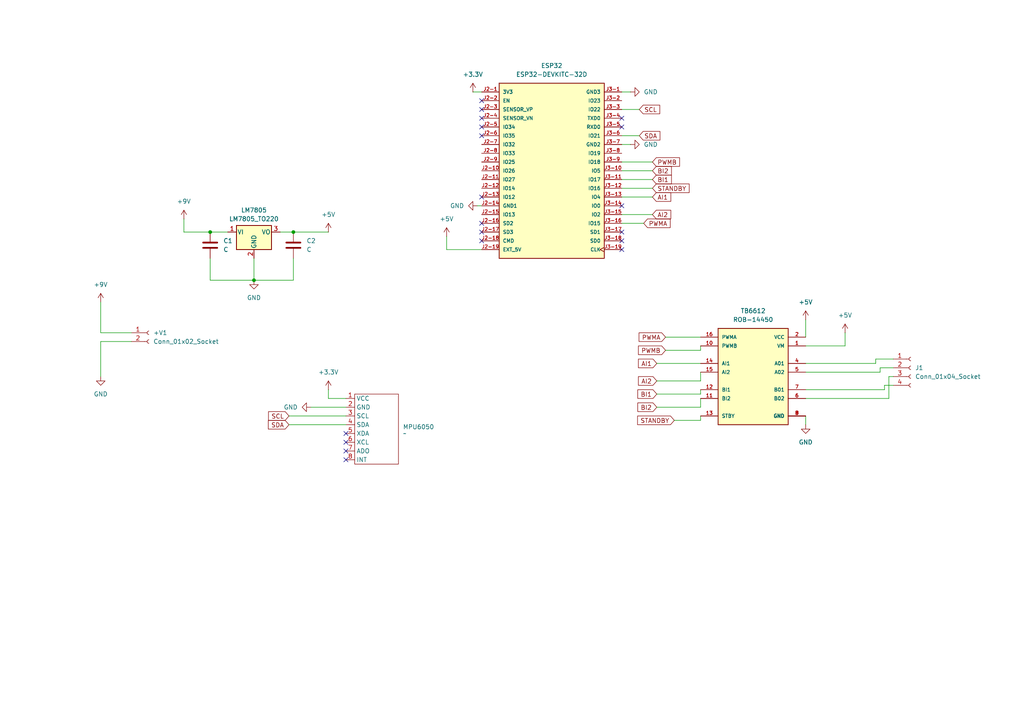
<source format=kicad_sch>
(kicad_sch (version 20231120) (generator "eeschema") (generator_version "8.0")
  (paper "A4")
  (lib_symbols
    (symbol "Connector:Conn_01x02_Socket" (pin_names (offset 1.016) hide)
      (property "Reference" "J" (at 0 2.54 0))
      (property "Value" "Conn_01x02_Socket" (at 0 -5.08 0))
      (symbol "Conn_01x02_Socket_1_1"
        (arc (start 0 -2.032) (mid -0.5058 -2.54) (end 0 -3.048) (stroke (width 0.1524)))
        (polyline (pts (xy -1.27 -2.54) (xy -0.508 -2.54)) (stroke (width 0.1524)))
        (polyline (pts (xy -1.27 0) (xy -0.508 0)) (stroke (width 0.1524)))
        (arc (start 0 0.508) (mid -0.5058 0) (end 0 -0.508) (stroke (width 0.1524)))
        (pin passive line (at -5.08 0 0) (length 3.81) (name "Pin_1") (number "1"))
        (pin passive line (at -5.08 -2.54 0) (length 3.81) (name "Pin_2") (number "2"))
      )
    )
    (symbol "Connector:Conn_01x04_Socket" (pin_names (offset 1.016) hide)
      (property "Reference" "J" (at 0 5.08 0))
      (property "Value" "Conn_01x04_Socket" (at 0 -7.62 0))
      (symbol "Conn_01x04_Socket_1_1"
        (arc (start 0 -4.572) (mid -0.5058 -5.08) (end 0 -5.588) (stroke (width 0.1524)))
        (arc (start 0 -2.032) (mid -0.5058 -2.54) (end 0 -3.048) (stroke (width 0.1524)))
        (polyline (pts (xy -1.27 -5.08) (xy -0.508 -5.08)) (stroke (width 0.1524)))
        (polyline (pts (xy -1.27 -2.54) (xy -0.508 -2.54)) (stroke (width 0.1524)))
        (polyline (pts (xy -1.27 0) (xy -0.508 0)) (stroke (width 0.1524)))
        (polyline (pts (xy -1.27 2.54) (xy -0.508 2.54)) (stroke (width 0.1524)))
        (arc (start 0 0.508) (mid -0.5058 0) (end 0 -0.508) (stroke (width 0.1524)))
        (arc (start 0 3.048) (mid -0.5058 2.54) (end 0 2.032) (stroke (width 0.1524)))
        (pin passive line (at -5.08 2.54 0) (length 3.81) (name "Pin_1") (number "1"))
        (pin passive line (at -5.08 0 0) (length 3.81) (name "Pin_2") (number "2"))
        (pin passive line (at -5.08 -2.54 0) (length 3.81) (name "Pin_3") (number "3"))
        (pin passive line (at -5.08 -5.08 0) (length 3.81) (name "Pin_4") (number "4"))
      )
    )
    (symbol "Device:C" (pin_numbers hide) (pin_names (offset 0.254))
      (property "Reference" "C" (at 0.635 2.54 0))
      (property "Value" "C" (at 0.635 -2.54 0))
      (symbol "C_0_1"
        (polyline (pts (xy -2.032 -0.762) (xy 2.032 -0.762)) (stroke (width 0.508)))
        (polyline (pts (xy -2.032 0.762) (xy 2.032 0.762)) (stroke (width 0.508)))
      )
      (symbol "C_1_1"
        (pin passive line (at 0 3.81 270) (length 2.794) (name "~") (number "1"))
        (pin passive line (at 0 -3.81 90) (length 2.794) (name "~") (number "2"))
      )
    )
    (symbol "ESP32-DEVKITC-32D_renombrado:ESP32-DEVKITC-32D" (pin_names (offset 1.016))
      (property "Reference" "U" (at -15.2654 26.0604 0))
      (property "Value" "ESP32-DEVKITC-32D" (at -15.2654 -27.9654 0))
      (symbol "ESP32-DEVKITC-32D_0_0"
        (rectangle (start -15.24 -25.4) (end 15.24 25.4) (stroke (width 0.254)) (fill (type background)))
      )
      (symbol "ESP32-DEVKITC-32D_1_0"
        (pin power_in line (at -20.32 22.86 0) (length 5.08) (name "3V3") (number "J2-1"))
        (pin bidirectional line (at -20.32 0 0) (length 5.08) (name "IO26") (number "J2-10"))
        (pin bidirectional line (at -20.32 -2.54 0) (length 5.08) (name "IO27") (number "J2-11"))
        (pin bidirectional line (at -20.32 -5.08 0) (length 5.08) (name "IO14") (number "J2-12"))
        (pin bidirectional line (at -20.32 -7.62 0) (length 5.08) (name "IO12") (number "J2-13"))
        (pin power_in line (at -20.32 -10.16 0) (length 5.08) (name "GND1") (number "J2-14"))
        (pin bidirectional line (at -20.32 -12.7 0) (length 5.08) (name "IO13") (number "J2-15"))
        (pin bidirectional line (at -20.32 -15.24 0) (length 5.08) (name "SD2") (number "J2-16"))
        (pin bidirectional line (at -20.32 -17.78 0) (length 5.08) (name "SD3") (number "J2-17"))
        (pin bidirectional line (at -20.32 -20.32 0) (length 5.08) (name "CMD") (number "J2-18"))
        (pin power_in line (at -20.32 -22.86 0) (length 5.08) (name "EXT_5V") (number "J2-19"))
        (pin input line (at -20.32 20.32 0) (length 5.08) (name "EN") (number "J2-2"))
        (pin input line (at -20.32 17.78 0) (length 5.08) (name "SENSOR_VP") (number "J2-3"))
        (pin input line (at -20.32 15.24 0) (length 5.08) (name "SENSOR_VN") (number "J2-4"))
        (pin bidirectional line (at -20.32 12.7 0) (length 5.08) (name "IO34") (number "J2-5"))
        (pin bidirectional line (at -20.32 10.16 0) (length 5.08) (name "IO35") (number "J2-6"))
        (pin bidirectional line (at -20.32 7.62 0) (length 5.08) (name "IO32") (number "J2-7"))
        (pin bidirectional line (at -20.32 5.08 0) (length 5.08) (name "IO33") (number "J2-8"))
        (pin bidirectional line (at -20.32 2.54 0) (length 5.08) (name "IO25") (number "J2-9"))
        (pin power_in line (at 20.32 22.86 180) (length 5.08) (name "GND3") (number "J3-1"))
        (pin bidirectional line (at 20.32 0 180) (length 5.08) (name "IO5") (number "J3-10"))
        (pin bidirectional line (at 20.32 -2.54 180) (length 5.08) (name "IO17") (number "J3-11"))
        (pin bidirectional line (at 20.32 -5.08 180) (length 5.08) (name "IO16") (number "J3-12"))
        (pin bidirectional line (at 20.32 -7.62 180) (length 5.08) (name "IO4") (number "J3-13"))
        (pin bidirectional line (at 20.32 -10.16 180) (length 5.08) (name "IO0") (number "J3-14"))
        (pin bidirectional line (at 20.32 -12.7 180) (length 5.08) (name "IO2") (number "J3-15"))
        (pin bidirectional line (at 20.32 -15.24 180) (length 5.08) (name "IO15") (number "J3-16"))
        (pin bidirectional line (at 20.32 -17.78 180) (length 5.08) (name "SD1") (number "J3-17"))
        (pin bidirectional line (at 20.32 -20.32 180) (length 5.08) (name "SD0") (number "J3-18"))
        (pin input clock (at 20.32 -22.86 180) (length 5.08) (name "CLK") (number "J3-19"))
        (pin bidirectional line (at 20.32 20.32 180) (length 5.08) (name "IO23") (number "J3-2"))
        (pin bidirectional line (at 20.32 17.78 180) (length 5.08) (name "IO22") (number "J3-3"))
        (pin output line (at 20.32 15.24 180) (length 5.08) (name "TXD0") (number "J3-4"))
        (pin input line (at 20.32 12.7 180) (length 5.08) (name "RXD0") (number "J3-5"))
        (pin bidirectional line (at 20.32 10.16 180) (length 5.08) (name "IO21") (number "J3-6"))
        (pin power_in line (at 20.32 7.62 180) (length 5.08) (name "GND2") (number "J3-7"))
        (pin bidirectional line (at 20.32 5.08 180) (length 5.08) (name "IO19") (number "J3-8"))
        (pin bidirectional line (at 20.32 2.54 180) (length 5.08) (name "IO18") (number "J3-9"))
      )
    )
    (symbol "Libreria_ccb:MPU_6050_montadito"
      (property "Reference" "U" (at 1.27 1.27 0))
      (symbol "MPU_6050_montadito_0_1"
        (rectangle (start 0 0) (end 12.7 -20.32))
      )
      (symbol "MPU_6050_montadito_1_1"
        (pin input line (at -2.54 -1.27 0) (length 2.54) (name "VCC") (number "1"))
        (pin input line (at -2.54 -3.81 0) (length 2.54) (name "GND") (number "2"))
        (pin input line (at -2.54 -6.35 0) (length 2.54) (name "SCL") (number "3"))
        (pin input line (at -2.54 -8.89 0) (length 2.54) (name "SDA") (number "4"))
        (pin input line (at -2.54 -11.43 0) (length 2.54) (name "XDA") (number "5"))
        (pin input line (at -2.54 -13.97 0) (length 2.54) (name "XCL") (number "6"))
        (pin input line (at -2.54 -16.51 0) (length 2.54) (name "ADO") (number "7"))
        (pin input line (at -2.54 -19.05 0) (length 2.54) (name "INT") (number "8"))
      )
    )
    (symbol "ROB-14450:ROB-14450" (pin_names (offset 1.016))
      (property "Reference" "U" (at -10.16 16.002 0))
      (property "Value" "ROB-14450" (at -10.16 -15.24 0))
      (symbol "ROB-14450_0_0"
        (rectangle (start -10.16 -12.7) (end 10.16 15.24) (stroke (width 0.254)) (fill (type background)))
        (pin power_in line (at 15.24 10.16 180) (length 5.08) (name "VM") (number "1"))
        (pin input line (at -15.24 10.16 0) (length 5.08) (name "PWMB") (number "10"))
        (pin input line (at -15.24 -5.08 0) (length 5.08) (name "BI2") (number "11"))
        (pin input line (at -15.24 -2.54 0) (length 5.08) (name "BI1") (number "12"))
        (pin input line (at -15.24 -10.16 0) (length 5.08) (name "STBY") (number "13"))
        (pin input line (at -15.24 5.08 0) (length 5.08) (name "AI1") (number "14"))
        (pin input line (at -15.24 2.54 0) (length 5.08) (name "AI2") (number "15"))
        (pin input line (at -15.24 12.7 0) (length 5.08) (name "PWMA") (number "16"))
        (pin power_in line (at 15.24 12.7 180) (length 5.08) (name "VCC") (number "2"))
        (pin power_in line (at 15.24 -10.16 180) (length 5.08) (name "GND") (number "3"))
        (pin output line (at 15.24 5.08 180) (length 5.08) (name "A01") (number "4"))
        (pin output line (at 15.24 2.54 180) (length 5.08) (name "A02") (number "5"))
        (pin output line (at 15.24 -5.08 180) (length 5.08) (name "B02") (number "6"))
        (pin output line (at 15.24 -2.54 180) (length 5.08) (name "B01") (number "7"))
        (pin power_in line (at 15.24 -10.16 180) (length 5.08) (name "GND") (number "8"))
        (pin power_in line (at 15.24 -10.16 180) (length 5.08) (name "GND") (number "9"))
      )
    )
    (symbol "Regulator_Linear:LM7805_TO220" (pin_names (offset 0.254))
      (property "Reference" "U" (at -3.81 3.175 0))
      (property "Value" "LM7805_TO220" (at 0 3.175 0))
      (symbol "LM7805_TO220_0_1"
        (rectangle (start -5.08 1.905) (end 5.08 -5.08) (stroke (width 0.254)) (fill (type background)))
      )
      (symbol "LM7805_TO220_1_1"
        (pin power_in line (at -7.62 0 0) (length 2.54) (name "VI") (number "1"))
        (pin power_in line (at 0 -7.62 90) (length 2.54) (name "GND") (number "2"))
        (pin power_out line (at 7.62 0 180) (length 2.54) (name "VO") (number "3"))
      )
    )
    (symbol "power:+3.3V" (power) (pin_numbers hide) (pin_names (offset 0) hide)
      (property "Value" "+3.3V" (at 0 3.556 0))
      (symbol "+3.3V_0_1"
        (polyline (pts (xy -0.762 1.27) (xy 0 2.54)))
        (polyline (pts (xy 0 0) (xy 0 2.54)))
        (polyline (pts (xy 0 2.54) (xy 0.762 1.27)))
      )
      (symbol "+3.3V_1_1"
        (pin power_in line (at 0 0 90) (length 0) (name "~") (number "1"))
      )
    )
    (symbol "power:+5V" (power) (pin_numbers hide) (pin_names (offset 0) hide)
      (property "Value" "+5V" (at 0 3.556 0))
      (symbol "+5V_0_1"
        (polyline (pts (xy -0.762 1.27) (xy 0 2.54)))
        (polyline (pts (xy 0 0) (xy 0 2.54)))
        (polyline (pts (xy 0 2.54) (xy 0.762 1.27)))
      )
      (symbol "+5V_1_1"
        (pin power_in line (at 0 0 90) (length 0) (name "~") (number "1"))
      )
    )
    (symbol "power:+9V" (power) (pin_numbers hide) (pin_names (offset 0) hide)
      (property "Value" "+9V" (at 0 3.556 0))
      (symbol "+9V_0_1"
        (polyline (pts (xy -0.762 1.27) (xy 0 2.54)))
        (polyline (pts (xy 0 0) (xy 0 2.54)))
        (polyline (pts (xy 0 2.54) (xy 0.762 1.27)))
      )
      (symbol "+9V_1_1"
        (pin power_in line (at 0 0 90) (length 0) (name "~") (number "1"))
      )
    )
    (symbol "power:GND" (power) (pin_numbers hide) (pin_names (offset 0) hide)
      (property "Value" "GND" (at 0 -3.81 0))
      (symbol "GND_0_1"
        (polyline (pts (xy 0 0) (xy 0 -1.27) (xy 1.27 -1.27) (xy 0 -2.54) (xy -1.27 -1.27) (xy 0 -1.27)))
      )
      (symbol "GND_1_1"
        (pin power_in line (at 0 0 270) (length 0) (name "~") (number "1"))
      )
    )
  )
  (junction (at 60.96 67.31))
  (junction (at 85.09 67.31))
  (junction (at 73.66 81.28))
  (no_connect (at 139.7 36.83))
  (no_connect (at 100.33 130.81))
  (no_connect (at 100.33 128.27))
  (no_connect (at 100.33 125.73))
  (no_connect (at 180.34 72.39))
  (no_connect (at 100.33 133.35))
  (no_connect (at 180.34 59.69))
  (no_connect (at 139.7 67.31))
  (no_connect (at 180.34 67.31))
  (no_connect (at 139.7 31.75))
  (no_connect (at 180.34 36.83))
  (no_connect (at 180.34 34.29))
  (no_connect (at 139.7 39.37))
  (no_connect (at 139.7 57.15))
  (no_connect (at 139.7 69.85))
  (no_connect (at 139.7 29.21))
  (no_connect (at 180.34 69.85))
  (no_connect (at 139.7 64.77))
  (no_connect (at 139.7 34.29))
  (wire (pts (xy 203.2 121.92) (xy 203.2 120.65)))
  (wire (pts (xy 255.27 107.95) (xy 233.68 107.95)))
  (wire (pts (xy 83.82 123.19) (xy 100.33 123.19)))
  (wire (pts (xy 53.34 63.5) (xy 53.34 67.31)))
  (wire (pts (xy 254 104.14) (xy 254 105.41)))
  (wire (pts (xy 256.54 113.03) (xy 233.68 113.03)))
  (wire (pts (xy 180.34 46.99) (xy 189.23 46.99)))
  (wire (pts (xy 38.1 96.52) (xy 29.21 96.52)))
  (wire (pts (xy 180.34 49.53) (xy 189.23 49.53)))
  (wire (pts (xy 259.08 109.22) (xy 257.81 109.22)))
  (wire (pts (xy 53.34 67.31) (xy 60.96 67.31)))
  (wire (pts (xy 180.34 31.75) (xy 185.42 31.75)))
  (wire (pts (xy 180.34 41.91) (xy 182.88 41.91)))
  (wire (pts (xy 90.17 118.11) (xy 100.33 118.11)))
  (wire (pts (xy 203.2 118.11) (xy 203.2 115.57)))
  (wire (pts (xy 60.96 74.93) (xy 60.96 81.28)))
  (wire (pts (xy 138.43 59.69) (xy 139.7 59.69)))
  (wire (pts (xy 190.5 114.3) (xy 203.2 114.3)))
  (wire (pts (xy 257.81 115.57) (xy 233.68 115.57)))
  (wire (pts (xy 190.5 105.41) (xy 203.2 105.41)))
  (wire (pts (xy 257.81 109.22) (xy 257.81 115.57)))
  (wire (pts (xy 180.34 39.37) (xy 185.42 39.37)))
  (wire (pts (xy 129.54 72.39) (xy 139.7 72.39)))
  (wire (pts (xy 38.1 99.06) (xy 29.21 99.06)))
  (wire (pts (xy 255.27 106.68) (xy 255.27 107.95)))
  (wire (pts (xy 29.21 87.63) (xy 29.21 96.52)))
  (wire (pts (xy 254 105.41) (xy 233.68 105.41)))
  (wire (pts (xy 193.04 97.79) (xy 203.2 97.79)))
  (wire (pts (xy 180.34 64.77) (xy 186.69 64.77)))
  (wire (pts (xy 180.34 57.15) (xy 189.23 57.15)))
  (wire (pts (xy 203.2 101.6) (xy 203.2 100.33)))
  (wire (pts (xy 29.21 99.06) (xy 29.21 109.22)))
  (wire (pts (xy 233.68 92.71) (xy 233.68 97.79)))
  (wire (pts (xy 85.09 74.93) (xy 85.09 81.28)))
  (wire (pts (xy 129.54 68.58) (xy 129.54 72.39)))
  (wire (pts (xy 190.5 118.11) (xy 203.2 118.11)))
  (wire (pts (xy 180.34 62.23) (xy 189.23 62.23)))
  (wire (pts (xy 95.25 113.03) (xy 95.25 115.57)))
  (wire (pts (xy 81.28 67.31) (xy 85.09 67.31)))
  (wire (pts (xy 60.96 81.28) (xy 73.66 81.28)))
  (wire (pts (xy 180.34 54.61) (xy 189.23 54.61)))
  (wire (pts (xy 73.66 81.28) (xy 73.66 74.93)))
  (wire (pts (xy 256.54 111.76) (xy 256.54 113.03)))
  (wire (pts (xy 60.96 67.31) (xy 66.04 67.31)))
  (wire (pts (xy 203.2 114.3) (xy 203.2 113.03)))
  (wire (pts (xy 137.16 26.67) (xy 139.7 26.67)))
  (wire (pts (xy 95.25 115.57) (xy 100.33 115.57)))
  (wire (pts (xy 203.2 110.49) (xy 203.2 107.95)))
  (wire (pts (xy 85.09 67.31) (xy 95.25 67.31)))
  (wire (pts (xy 254 104.14) (xy 259.08 104.14)))
  (wire (pts (xy 195.58 121.92) (xy 203.2 121.92)))
  (wire (pts (xy 180.34 26.67) (xy 182.88 26.67)))
  (wire (pts (xy 256.54 111.76) (xy 259.08 111.76)))
  (wire (pts (xy 180.34 52.07) (xy 189.23 52.07)))
  (wire (pts (xy 233.68 100.33) (xy 245.11 100.33)))
  (wire (pts (xy 233.68 123.19) (xy 233.68 120.65)))
  (wire (pts (xy 255.27 106.68) (xy 259.08 106.68)))
  (wire (pts (xy 190.5 110.49) (xy 203.2 110.49)))
  (wire (pts (xy 193.04 101.6) (xy 203.2 101.6)))
  (wire (pts (xy 245.11 96.52) (xy 245.11 100.33)))
  (wire (pts (xy 85.09 81.28) (xy 73.66 81.28)))
  (wire (pts (xy 83.82 120.65) (xy 100.33 120.65)))
  (global_label "PWMB" (shape input) (at 189.23 46.99 0) (property "Intersheetrefs" "${INTERSHEET_REFS}" (effects (hide yes))))
  (global_label "SCL" (shape input) (at 83.82 120.65 180) (property "Intersheetrefs" "${INTERSHEET_REFS}" (effects (hide yes))))
  (global_label "SCL" (shape input) (at 185.42 31.75 0) (property "Intersheetrefs" "${INTERSHEET_REFS}" (effects (hide yes))))
  (global_label "AI2" (shape input) (at 190.5 110.49 180) (property "Intersheetrefs" "${INTERSHEET_REFS}" (effects (hide yes))))
  (global_label "SDA" (shape input) (at 83.82 123.19 180) (property "Intersheetrefs" "${INTERSHEET_REFS}" (effects (hide yes))))
  (global_label "BI2" (shape input) (at 190.5 118.11 180) (property "Intersheetrefs" "${INTERSHEET_REFS}" (effects (hide yes))))
  (global_label "STANDBY" (shape input) (at 189.23 54.61 0) (property "Intersheetrefs" "${INTERSHEET_REFS}" (effects (hide yes))))
  (global_label "SDA" (shape input) (at 185.42 39.37 0) (property "Intersheetrefs" "${INTERSHEET_REFS}" (effects (hide yes))))
  (global_label "BI1" (shape input) (at 190.5 114.3 180) (property "Intersheetrefs" "${INTERSHEET_REFS}" (effects (hide yes))))
  (global_label "PWMB" (shape input) (at 193.04 101.6 180) (property "Intersheetrefs" "${INTERSHEET_REFS}" (effects (hide yes))))
  (global_label "PWMA" (shape input) (at 193.04 97.79 180) (property "Intersheetrefs" "${INTERSHEET_REFS}" (effects (hide yes))))
  (global_label "BI2" (shape input) (at 189.23 49.53 0) (property "Intersheetrefs" "${INTERSHEET_REFS}" (effects (hide yes))))
  (global_label "AI1" (shape input) (at 190.5 105.41 180) (property "Intersheetrefs" "${INTERSHEET_REFS}" (effects (hide yes))))
  (global_label "AI2" (shape input) (at 189.23 62.23 0) (property "Intersheetrefs" "${INTERSHEET_REFS}" (effects (hide yes))))
  (global_label "PWMA" (shape input) (at 186.69 64.77 0) (property "Intersheetrefs" "${INTERSHEET_REFS}" (effects (hide yes))))
  (global_label "AI1" (shape input) (at 189.23 57.15 0) (property "Intersheetrefs" "${INTERSHEET_REFS}" (effects (hide yes))))
  (global_label "BI1" (shape input) (at 189.23 52.07 0) (property "Intersheetrefs" "${INTERSHEET_REFS}" (effects (hide yes))))
  (global_label "STANDBY" (shape input) (at 195.58 121.92 180) (property "Intersheetrefs" "${INTERSHEET_REFS}" (effects (hide yes))))
  (symbol (lib_id "Device:C") (at 85.09 71.12 0) (unit 1)
    (property "Reference" "C2" (at 88.9 69.8499 0) (effects (justify left)))
    (property "Value" "C" (at 88.9 72.3899 0) (effects (justify left)))
    (property "Footprint" "Capacitor_THT:C_Disc_D3.0mm_W2.0mm_P2.50mm" (effects (hide yes)))
    (property "Description" "Unpolarized capacitor" (effects (hide yes)))
  )
  (symbol (lib_id "ROB-14450:ROB-14450") (at 218.44 110.49 0) (unit 1)
    (property "Reference" "TB6612" (at 218.44 90.17 0))
    (property "Value" "ROB-14450" (at 218.44 92.71 0))
    (property "Footprint" "ROB-14450:MODULE_ROB-14450" (effects (hide yes)))
    (property "MF" "SparkFun Electronics" (effects (hide yes)))
    (property "Description_1" "\n                        \n                            TB6612FNG - Motor Controller/Driver Power Management Evaluation Board\n                        \n" (effects (hide yes)))
    (property "Package" "None" (effects (hide yes)))
    (property "Price" "None" (effects (hide yes)))
    (property "Check_prices" "https://www.snapeda.com/parts/ROB-14450/SparkFun/view-part/?ref=eda" (effects (hide yes)))
    (property "STANDARD" "Manufacturer Recommendation" (effects (hide yes)))
    (property "PARTREV" "11-13-17" (effects (hide yes)))
    (property "SnapEDA_Link" "https://www.snapeda.com/parts/ROB-14450/SparkFun/view-part/?ref=snap" (effects (hide yes)))
    (property "MP" "ROB-14450" (effects (hide yes)))
    (property "Availability" "In Stock" (effects (hide yes)))
    (property "MANUFACTURER" "Sparkfun Electronics" (effects (hide yes)))
  )
  (symbol (lib_id "power:+9V") (at 29.21 87.63 0) (unit 1)
    (property "Reference" "#PWR01" (effects (hide yes)))
    (property "Value" "+9V" (at 29.21 82.55 0))
    (property "Description" "Power symbol creates a global label with name \"+9V\"" (effects (hide yes)))
  )
  (symbol (lib_id "Regulator_Linear:LM7805_TO220") (at 73.66 67.31 0) (unit 1)
    (property "Reference" "LM7805" (at 73.66 60.96 0))
    (property "Value" "LM7805_TO220" (at 73.66 63.5 0))
    (property "Footprint" "Package_TO_SOT_THT:TO-220-3_Vertical" (effects (hide yes)))
    (property "Datasheet" "https://www.onsemi.cn/PowerSolutions/document/MC7800-D.PDF" (effects (hide yes)))
    (property "Description" "Positive 1A 35V Linear Regulator, Fixed Output 5V, TO-220" (effects (hide yes)))
  )
  (symbol (lib_id "Device:C") (at 60.96 71.12 0) (unit 1)
    (property "Reference" "C1" (at 64.77 69.8499 0) (effects (justify left)))
    (property "Value" "C" (at 64.77 72.3899 0) (effects (justify left)))
    (property "Footprint" "Capacitor_THT:C_Disc_D3.0mm_W2.0mm_P2.50mm" (effects (hide yes)))
    (property "Description" "Unpolarized capacitor" (effects (hide yes)))
  )
  (symbol (lib_id "power:+5V") (at 245.11 96.52 0) (unit 1)
    (property "Reference" "#PWR05" (effects (hide yes)))
    (property "Value" "+5V" (at 245.11 91.44 0))
    (property "Description" "Power symbol creates a global label with name \"+5V\"" (effects (hide yes)))
  )
  (symbol (lib_id "power:GND") (at 182.88 41.91 90) (unit 1)
    (property "Reference" "#PWR012" (effects (hide yes)))
    (property "Value" "GND" (at 186.69 41.9099 90) (effects (justify right)))
    (property "Description" "Power symbol creates a global label with name \"GND\" , ground" (effects (hide yes)))
  )
  (symbol (lib_id "power:+9V") (at 53.34 63.5 0) (unit 1)
    (property "Reference" "#PWR03" (effects (hide yes)))
    (property "Value" "+9V" (at 53.34 58.42 0))
    (property "Description" "Power symbol creates a global label with name \"+9V\"" (effects (hide yes)))
  )
  (symbol (lib_id "power:GND") (at 29.21 109.22 0) (unit 1)
    (property "Reference" "#PWR02" (effects (hide yes)))
    (property "Value" "GND" (at 29.21 114.3 0))
    (property "Description" "Power symbol creates a global label with name \"GND\" , ground" (effects (hide yes)))
  )
  (symbol (lib_id "power:GND") (at 90.17 118.11 270) (unit 1)
    (property "Reference" "#PWR015" (effects (hide yes)))
    (property "Value" "GND" (at 86.36 118.1099 90) (effects (justify right)))
    (property "Description" "Power symbol creates a global label with name \"GND\" , ground" (effects (hide yes)))
  )
  (symbol (lib_id "Connector:Conn_01x04_Socket") (at 264.16 106.68 0) (unit 1)
    (property "Reference" "J1" (at 265.43 106.6799 0) (effects (justify left)))
    (property "Value" "Conn_01x04_Socket" (at 265.43 109.2199 0) (effects (justify left)))
    (property "Footprint" "Connector_PinSocket_2.54mm:PinSocket_1x04_P2.54mm_Vertical" (effects (hide yes)))
    (property "Description" "Generic connector, single row, 01x04, script generated" (effects (hide yes)))
  )
  (symbol (lib_id "ESP32-DEVKITC-32D_renombrado:ESP32-DEVKITC-32D") (at 160.02 49.53 0) (unit 1)
    (property "Reference" "ESP32" (at 160.02 19.05 0))
    (property "Value" "ESP32-DEVKITC-32D" (at 160.02 21.59 0))
    (property "Footprint" "ESP32-DEVKITC-32D:MODULE_ESP32-DEVKITC-32D" (effects (hide yes)))
    (property "MF" "Espressif Systems" (effects (hide yes)))
    (property "MAXIMUM_PACKAGE_HEIGHT" "N/A" (effects (hide yes)))
    (property "Package" "None" (effects (hide yes)))
    (property "Price" "None" (effects (hide yes)))
    (property "Check_prices" "https://www.snapeda.com/parts/ESP32-DEVKITC-32D/Espressif+Systems/view-part/?ref=eda" (effects (hide yes)))
    (property "STANDARD" "Manufacturer Recommendations" (effects (hide yes)))
    (property "PARTREV" "V4" (effects (hide yes)))
    (property "SnapEDA_Link" "https://www.snapeda.com/parts/ESP32-DEVKITC-32D/Espressif+Systems/view-part/?ref=snap" (effects (hide yes)))
    (property "MP" "ESP32-DEVKITC-32D" (effects (hide yes)))
    (property "Description_1" "\\n                        \\n                            WiFi Development Tools (802.11) ESP32 General Development Kit, ESP32-WROOM-32D on the board\\n                        \\n" (effects (hide yes)))
    (property "MANUFACTURER" "Espressif Systems" (effects (hide yes)))
    (property "Availability" "In Stock" (effects (hide yes)))
    (property "SNAPEDA_PN" "ESP32-DEVKITC-32D" (effects (hide yes)))
  )
  (symbol (lib_id "power:+5V") (at 129.54 68.58 0) (unit 1)
    (property "Reference" "#PWR09" (effects (hide yes)))
    (property "Value" "+5V" (at 129.54 63.5 0))
    (property "Description" "Power symbol creates a global label with name \"+5V\"" (effects (hide yes)))
  )
  (symbol (lib_id "power:GND") (at 138.43 59.69 270) (unit 1)
    (property "Reference" "#PWR010" (effects (hide yes)))
    (property "Value" "GND" (at 134.62 59.6899 90) (effects (justify right)))
    (property "Description" "Power symbol creates a global label with name \"GND\" , ground" (effects (hide yes)))
  )
  (symbol (lib_id "power:+3.3V") (at 95.25 113.03 0) (unit 1)
    (property "Reference" "#PWR016" (effects (hide yes)))
    (property "Value" "+3.3V" (at 95.25 107.95 0))
    (property "Description" "Power symbol creates a global label with name \"+3.3V\"" (effects (hide yes)))
  )
  (symbol (lib_id "Libreria_ccb:MPU_6050_montadito") (at 102.87 114.3 0) (unit 1)
    (property "Reference" "MPU6050" (at 116.84 123.8249 0) (effects (justify left)))
    (property "Value" "~" (at 116.84 125.73 0) (effects (justify left)))
    (property "Footprint" "libreria_huellas_ccb:MPU_6050_montadito" (effects (hide yes)))
  )
  (symbol (lib_id "power:GND") (at 73.66 81.28 0) (unit 1)
    (property "Reference" "#PWR08" (effects (hide yes)))
    (property "Value" "GND" (at 73.66 86.36 0))
    (property "Description" "Power symbol creates a global label with name \"GND\" , ground" (effects (hide yes)))
  )
  (symbol (lib_id "power:+3.3V") (at 137.16 26.67 0) (unit 1)
    (property "Reference" "#PWR013" (effects (hide yes)))
    (property "Value" "+3.3V" (at 137.16 21.59 0))
    (property "Description" "Power symbol creates a global label with name \"+3.3V\"" (effects (hide yes)))
  )
  (symbol (lib_id "power:+5V") (at 233.68 92.71 0) (unit 1)
    (property "Reference" "#PWR07" (effects (hide yes)))
    (property "Value" "+5V" (at 233.68 87.63 0))
    (property "Description" "Power symbol creates a global label with name \"+5V\"" (effects (hide yes)))
  )
  (symbol (lib_id "power:GND") (at 182.88 26.67 90) (unit 1)
    (property "Reference" "#PWR011" (effects (hide yes)))
    (property "Value" "GND" (at 186.69 26.6699 90) (effects (justify right)))
    (property "Description" "Power symbol creates a global label with name \"GND\" , ground" (effects (hide yes)))
  )
  (symbol (lib_id "Connector:Conn_01x02_Socket") (at 43.18 96.52 0) (unit 1)
    (property "Reference" "+V1" (at 44.45 96.5199 0) (effects (justify left)))
    (property "Value" "Conn_01x02_Socket" (at 44.45 99.0599 0) (effects (justify left)))
    (property "Footprint" "Connector_PinHeader_2.54mm:PinHeader_1x02_P2.54mm_Vertical" (effects (hide yes)))
    (property "Description" "Generic connector, single row, 01x02, script generated" (effects (hide yes)))
  )
  (symbol (lib_id "power:+5V") (at 95.25 67.31 0) (unit 1)
    (property "Reference" "#PWR04" (effects (hide yes)))
    (property "Value" "+5V" (at 95.25 62.23 0))
    (property "Description" "Power symbol creates a global label with name \"+5V\"" (effects (hide yes)))
  )
  (symbol (lib_id "power:GND") (at 233.68 123.19 0) (unit 1)
    (property "Reference" "#PWR06" (effects (hide yes)))
    (property "Value" "GND" (at 233.68 128.27 0))
    (property "Description" "Power symbol creates a global label with name \"GND\" , ground" (effects (hide yes)))
  )
)
</source>
